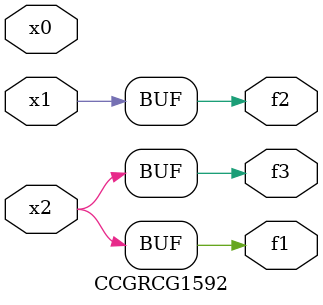
<source format=v>
module CCGRCG1592(
	input x0, x1, x2,
	output f1, f2, f3
);
	assign f1 = x2;
	assign f2 = x1;
	assign f3 = x2;
endmodule

</source>
